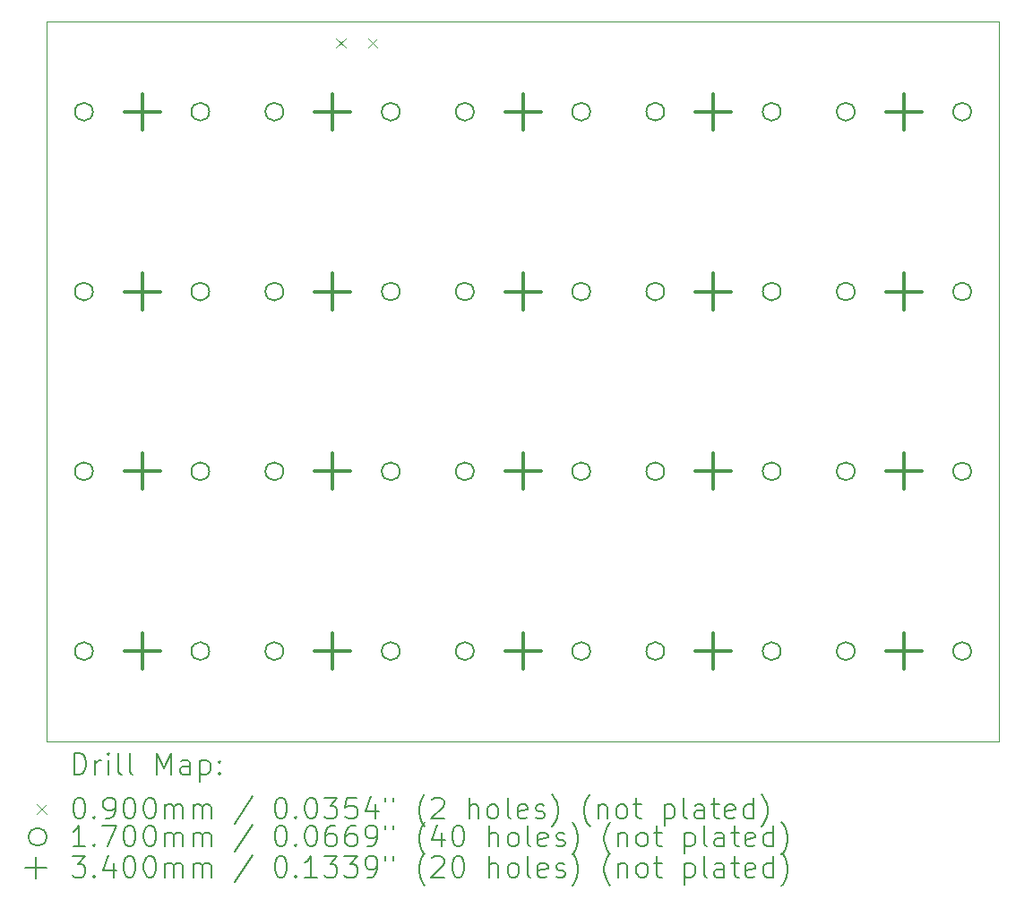
<source format=gbr>
%TF.GenerationSoftware,KiCad,Pcbnew,9.0.1*%
%TF.CreationDate,2025-08-18T19:39:49-06:00*%
%TF.ProjectId,aurora40_kicad,6175726f-7261-4343-905f-6b696361642e,1*%
%TF.SameCoordinates,Original*%
%TF.FileFunction,Drillmap*%
%TF.FilePolarity,Positive*%
%FSLAX45Y45*%
G04 Gerber Fmt 4.5, Leading zero omitted, Abs format (unit mm)*
G04 Created by KiCad (PCBNEW 9.0.1) date 2025-08-18 19:39:49*
%MOMM*%
%LPD*%
G01*
G04 APERTURE LIST*
%ADD10C,0.050000*%
%ADD11C,0.200000*%
%ADD12C,0.100000*%
%ADD13C,0.170000*%
%ADD14C,0.340000*%
G04 APERTURE END LIST*
D10*
X5000000Y-3870000D02*
X14000000Y-3870000D01*
X14000000Y-10670000D01*
X5000000Y-10670000D01*
X5000000Y-3870000D01*
D11*
D12*
X7735000Y-4025000D02*
X7825000Y-4115000D01*
X7825000Y-4025000D02*
X7735000Y-4115000D01*
X8035000Y-4025000D02*
X8125000Y-4115000D01*
X8125000Y-4025000D02*
X8035000Y-4115000D01*
D13*
X5435000Y-4720000D02*
G75*
G02*
X5265000Y-4720000I-85000J0D01*
G01*
X5265000Y-4720000D02*
G75*
G02*
X5435000Y-4720000I85000J0D01*
G01*
X5435000Y-6420000D02*
G75*
G02*
X5265000Y-6420000I-85000J0D01*
G01*
X5265000Y-6420000D02*
G75*
G02*
X5435000Y-6420000I85000J0D01*
G01*
X5435000Y-8120000D02*
G75*
G02*
X5265000Y-8120000I-85000J0D01*
G01*
X5265000Y-8120000D02*
G75*
G02*
X5435000Y-8120000I85000J0D01*
G01*
X5435000Y-9820000D02*
G75*
G02*
X5265000Y-9820000I-85000J0D01*
G01*
X5265000Y-9820000D02*
G75*
G02*
X5435000Y-9820000I85000J0D01*
G01*
X6535000Y-4720000D02*
G75*
G02*
X6365000Y-4720000I-85000J0D01*
G01*
X6365000Y-4720000D02*
G75*
G02*
X6535000Y-4720000I85000J0D01*
G01*
X6535000Y-6420000D02*
G75*
G02*
X6365000Y-6420000I-85000J0D01*
G01*
X6365000Y-6420000D02*
G75*
G02*
X6535000Y-6420000I85000J0D01*
G01*
X6535000Y-8120000D02*
G75*
G02*
X6365000Y-8120000I-85000J0D01*
G01*
X6365000Y-8120000D02*
G75*
G02*
X6535000Y-8120000I85000J0D01*
G01*
X6535000Y-9820000D02*
G75*
G02*
X6365000Y-9820000I-85000J0D01*
G01*
X6365000Y-9820000D02*
G75*
G02*
X6535000Y-9820000I85000J0D01*
G01*
X7235000Y-4720000D02*
G75*
G02*
X7065000Y-4720000I-85000J0D01*
G01*
X7065000Y-4720000D02*
G75*
G02*
X7235000Y-4720000I85000J0D01*
G01*
X7235000Y-6420000D02*
G75*
G02*
X7065000Y-6420000I-85000J0D01*
G01*
X7065000Y-6420000D02*
G75*
G02*
X7235000Y-6420000I85000J0D01*
G01*
X7235000Y-8120000D02*
G75*
G02*
X7065000Y-8120000I-85000J0D01*
G01*
X7065000Y-8120000D02*
G75*
G02*
X7235000Y-8120000I85000J0D01*
G01*
X7235000Y-9820000D02*
G75*
G02*
X7065000Y-9820000I-85000J0D01*
G01*
X7065000Y-9820000D02*
G75*
G02*
X7235000Y-9820000I85000J0D01*
G01*
X8335000Y-4720000D02*
G75*
G02*
X8165000Y-4720000I-85000J0D01*
G01*
X8165000Y-4720000D02*
G75*
G02*
X8335000Y-4720000I85000J0D01*
G01*
X8335000Y-6420000D02*
G75*
G02*
X8165000Y-6420000I-85000J0D01*
G01*
X8165000Y-6420000D02*
G75*
G02*
X8335000Y-6420000I85000J0D01*
G01*
X8335000Y-8120000D02*
G75*
G02*
X8165000Y-8120000I-85000J0D01*
G01*
X8165000Y-8120000D02*
G75*
G02*
X8335000Y-8120000I85000J0D01*
G01*
X8335000Y-9820000D02*
G75*
G02*
X8165000Y-9820000I-85000J0D01*
G01*
X8165000Y-9820000D02*
G75*
G02*
X8335000Y-9820000I85000J0D01*
G01*
X9035000Y-4720000D02*
G75*
G02*
X8865000Y-4720000I-85000J0D01*
G01*
X8865000Y-4720000D02*
G75*
G02*
X9035000Y-4720000I85000J0D01*
G01*
X9035000Y-6420000D02*
G75*
G02*
X8865000Y-6420000I-85000J0D01*
G01*
X8865000Y-6420000D02*
G75*
G02*
X9035000Y-6420000I85000J0D01*
G01*
X9035000Y-8120000D02*
G75*
G02*
X8865000Y-8120000I-85000J0D01*
G01*
X8865000Y-8120000D02*
G75*
G02*
X9035000Y-8120000I85000J0D01*
G01*
X9035000Y-9820000D02*
G75*
G02*
X8865000Y-9820000I-85000J0D01*
G01*
X8865000Y-9820000D02*
G75*
G02*
X9035000Y-9820000I85000J0D01*
G01*
X10135000Y-4720000D02*
G75*
G02*
X9965000Y-4720000I-85000J0D01*
G01*
X9965000Y-4720000D02*
G75*
G02*
X10135000Y-4720000I85000J0D01*
G01*
X10135000Y-6420000D02*
G75*
G02*
X9965000Y-6420000I-85000J0D01*
G01*
X9965000Y-6420000D02*
G75*
G02*
X10135000Y-6420000I85000J0D01*
G01*
X10135000Y-8120000D02*
G75*
G02*
X9965000Y-8120000I-85000J0D01*
G01*
X9965000Y-8120000D02*
G75*
G02*
X10135000Y-8120000I85000J0D01*
G01*
X10135000Y-9820000D02*
G75*
G02*
X9965000Y-9820000I-85000J0D01*
G01*
X9965000Y-9820000D02*
G75*
G02*
X10135000Y-9820000I85000J0D01*
G01*
X10835000Y-4720000D02*
G75*
G02*
X10665000Y-4720000I-85000J0D01*
G01*
X10665000Y-4720000D02*
G75*
G02*
X10835000Y-4720000I85000J0D01*
G01*
X10835000Y-6420000D02*
G75*
G02*
X10665000Y-6420000I-85000J0D01*
G01*
X10665000Y-6420000D02*
G75*
G02*
X10835000Y-6420000I85000J0D01*
G01*
X10835000Y-8120000D02*
G75*
G02*
X10665000Y-8120000I-85000J0D01*
G01*
X10665000Y-8120000D02*
G75*
G02*
X10835000Y-8120000I85000J0D01*
G01*
X10835000Y-9820000D02*
G75*
G02*
X10665000Y-9820000I-85000J0D01*
G01*
X10665000Y-9820000D02*
G75*
G02*
X10835000Y-9820000I85000J0D01*
G01*
X11935000Y-4720000D02*
G75*
G02*
X11765000Y-4720000I-85000J0D01*
G01*
X11765000Y-4720000D02*
G75*
G02*
X11935000Y-4720000I85000J0D01*
G01*
X11935000Y-6420000D02*
G75*
G02*
X11765000Y-6420000I-85000J0D01*
G01*
X11765000Y-6420000D02*
G75*
G02*
X11935000Y-6420000I85000J0D01*
G01*
X11935000Y-8120000D02*
G75*
G02*
X11765000Y-8120000I-85000J0D01*
G01*
X11765000Y-8120000D02*
G75*
G02*
X11935000Y-8120000I85000J0D01*
G01*
X11935000Y-9820000D02*
G75*
G02*
X11765000Y-9820000I-85000J0D01*
G01*
X11765000Y-9820000D02*
G75*
G02*
X11935000Y-9820000I85000J0D01*
G01*
X12635000Y-4720000D02*
G75*
G02*
X12465000Y-4720000I-85000J0D01*
G01*
X12465000Y-4720000D02*
G75*
G02*
X12635000Y-4720000I85000J0D01*
G01*
X12635000Y-6420000D02*
G75*
G02*
X12465000Y-6420000I-85000J0D01*
G01*
X12465000Y-6420000D02*
G75*
G02*
X12635000Y-6420000I85000J0D01*
G01*
X12635000Y-8120000D02*
G75*
G02*
X12465000Y-8120000I-85000J0D01*
G01*
X12465000Y-8120000D02*
G75*
G02*
X12635000Y-8120000I85000J0D01*
G01*
X12635000Y-9820000D02*
G75*
G02*
X12465000Y-9820000I-85000J0D01*
G01*
X12465000Y-9820000D02*
G75*
G02*
X12635000Y-9820000I85000J0D01*
G01*
X13735000Y-4720000D02*
G75*
G02*
X13565000Y-4720000I-85000J0D01*
G01*
X13565000Y-4720000D02*
G75*
G02*
X13735000Y-4720000I85000J0D01*
G01*
X13735000Y-6420000D02*
G75*
G02*
X13565000Y-6420000I-85000J0D01*
G01*
X13565000Y-6420000D02*
G75*
G02*
X13735000Y-6420000I85000J0D01*
G01*
X13735000Y-8120000D02*
G75*
G02*
X13565000Y-8120000I-85000J0D01*
G01*
X13565000Y-8120000D02*
G75*
G02*
X13735000Y-8120000I85000J0D01*
G01*
X13735000Y-9820000D02*
G75*
G02*
X13565000Y-9820000I-85000J0D01*
G01*
X13565000Y-9820000D02*
G75*
G02*
X13735000Y-9820000I85000J0D01*
G01*
D14*
X5900000Y-4550000D02*
X5900000Y-4890000D01*
X5730000Y-4720000D02*
X6070000Y-4720000D01*
X5900000Y-6250000D02*
X5900000Y-6590000D01*
X5730000Y-6420000D02*
X6070000Y-6420000D01*
X5900000Y-7950000D02*
X5900000Y-8290000D01*
X5730000Y-8120000D02*
X6070000Y-8120000D01*
X5900000Y-9650000D02*
X5900000Y-9990000D01*
X5730000Y-9820000D02*
X6070000Y-9820000D01*
X7700000Y-4550000D02*
X7700000Y-4890000D01*
X7530000Y-4720000D02*
X7870000Y-4720000D01*
X7700000Y-6250000D02*
X7700000Y-6590000D01*
X7530000Y-6420000D02*
X7870000Y-6420000D01*
X7700000Y-7950000D02*
X7700000Y-8290000D01*
X7530000Y-8120000D02*
X7870000Y-8120000D01*
X7700000Y-9650000D02*
X7700000Y-9990000D01*
X7530000Y-9820000D02*
X7870000Y-9820000D01*
X9500000Y-4550000D02*
X9500000Y-4890000D01*
X9330000Y-4720000D02*
X9670000Y-4720000D01*
X9500000Y-6250000D02*
X9500000Y-6590000D01*
X9330000Y-6420000D02*
X9670000Y-6420000D01*
X9500000Y-7950000D02*
X9500000Y-8290000D01*
X9330000Y-8120000D02*
X9670000Y-8120000D01*
X9500000Y-9650000D02*
X9500000Y-9990000D01*
X9330000Y-9820000D02*
X9670000Y-9820000D01*
X11300000Y-4550000D02*
X11300000Y-4890000D01*
X11130000Y-4720000D02*
X11470000Y-4720000D01*
X11300000Y-6250000D02*
X11300000Y-6590000D01*
X11130000Y-6420000D02*
X11470000Y-6420000D01*
X11300000Y-7950000D02*
X11300000Y-8290000D01*
X11130000Y-8120000D02*
X11470000Y-8120000D01*
X11300000Y-9650000D02*
X11300000Y-9990000D01*
X11130000Y-9820000D02*
X11470000Y-9820000D01*
X13100000Y-4550000D02*
X13100000Y-4890000D01*
X12930000Y-4720000D02*
X13270000Y-4720000D01*
X13100000Y-6250000D02*
X13100000Y-6590000D01*
X12930000Y-6420000D02*
X13270000Y-6420000D01*
X13100000Y-7950000D02*
X13100000Y-8290000D01*
X12930000Y-8120000D02*
X13270000Y-8120000D01*
X13100000Y-9650000D02*
X13100000Y-9990000D01*
X12930000Y-9820000D02*
X13270000Y-9820000D01*
D11*
X5258277Y-10983984D02*
X5258277Y-10783984D01*
X5258277Y-10783984D02*
X5305896Y-10783984D01*
X5305896Y-10783984D02*
X5334467Y-10793508D01*
X5334467Y-10793508D02*
X5353515Y-10812555D01*
X5353515Y-10812555D02*
X5363039Y-10831603D01*
X5363039Y-10831603D02*
X5372563Y-10869698D01*
X5372563Y-10869698D02*
X5372563Y-10898270D01*
X5372563Y-10898270D02*
X5363039Y-10936365D01*
X5363039Y-10936365D02*
X5353515Y-10955412D01*
X5353515Y-10955412D02*
X5334467Y-10974460D01*
X5334467Y-10974460D02*
X5305896Y-10983984D01*
X5305896Y-10983984D02*
X5258277Y-10983984D01*
X5458277Y-10983984D02*
X5458277Y-10850650D01*
X5458277Y-10888746D02*
X5467801Y-10869698D01*
X5467801Y-10869698D02*
X5477324Y-10860174D01*
X5477324Y-10860174D02*
X5496372Y-10850650D01*
X5496372Y-10850650D02*
X5515420Y-10850650D01*
X5582086Y-10983984D02*
X5582086Y-10850650D01*
X5582086Y-10783984D02*
X5572563Y-10793508D01*
X5572563Y-10793508D02*
X5582086Y-10803031D01*
X5582086Y-10803031D02*
X5591610Y-10793508D01*
X5591610Y-10793508D02*
X5582086Y-10783984D01*
X5582086Y-10783984D02*
X5582086Y-10803031D01*
X5705896Y-10983984D02*
X5686848Y-10974460D01*
X5686848Y-10974460D02*
X5677324Y-10955412D01*
X5677324Y-10955412D02*
X5677324Y-10783984D01*
X5810658Y-10983984D02*
X5791610Y-10974460D01*
X5791610Y-10974460D02*
X5782086Y-10955412D01*
X5782086Y-10955412D02*
X5782086Y-10783984D01*
X6039229Y-10983984D02*
X6039229Y-10783984D01*
X6039229Y-10783984D02*
X6105896Y-10926841D01*
X6105896Y-10926841D02*
X6172562Y-10783984D01*
X6172562Y-10783984D02*
X6172562Y-10983984D01*
X6353515Y-10983984D02*
X6353515Y-10879222D01*
X6353515Y-10879222D02*
X6343991Y-10860174D01*
X6343991Y-10860174D02*
X6324943Y-10850650D01*
X6324943Y-10850650D02*
X6286848Y-10850650D01*
X6286848Y-10850650D02*
X6267801Y-10860174D01*
X6353515Y-10974460D02*
X6334467Y-10983984D01*
X6334467Y-10983984D02*
X6286848Y-10983984D01*
X6286848Y-10983984D02*
X6267801Y-10974460D01*
X6267801Y-10974460D02*
X6258277Y-10955412D01*
X6258277Y-10955412D02*
X6258277Y-10936365D01*
X6258277Y-10936365D02*
X6267801Y-10917317D01*
X6267801Y-10917317D02*
X6286848Y-10907793D01*
X6286848Y-10907793D02*
X6334467Y-10907793D01*
X6334467Y-10907793D02*
X6353515Y-10898270D01*
X6448753Y-10850650D02*
X6448753Y-11050650D01*
X6448753Y-10860174D02*
X6467801Y-10850650D01*
X6467801Y-10850650D02*
X6505896Y-10850650D01*
X6505896Y-10850650D02*
X6524943Y-10860174D01*
X6524943Y-10860174D02*
X6534467Y-10869698D01*
X6534467Y-10869698D02*
X6543991Y-10888746D01*
X6543991Y-10888746D02*
X6543991Y-10945889D01*
X6543991Y-10945889D02*
X6534467Y-10964936D01*
X6534467Y-10964936D02*
X6524943Y-10974460D01*
X6524943Y-10974460D02*
X6505896Y-10983984D01*
X6505896Y-10983984D02*
X6467801Y-10983984D01*
X6467801Y-10983984D02*
X6448753Y-10974460D01*
X6629705Y-10964936D02*
X6639229Y-10974460D01*
X6639229Y-10974460D02*
X6629705Y-10983984D01*
X6629705Y-10983984D02*
X6620182Y-10974460D01*
X6620182Y-10974460D02*
X6629705Y-10964936D01*
X6629705Y-10964936D02*
X6629705Y-10983984D01*
X6629705Y-10860174D02*
X6639229Y-10869698D01*
X6639229Y-10869698D02*
X6629705Y-10879222D01*
X6629705Y-10879222D02*
X6620182Y-10869698D01*
X6620182Y-10869698D02*
X6629705Y-10860174D01*
X6629705Y-10860174D02*
X6629705Y-10879222D01*
D12*
X4907500Y-11267500D02*
X4997500Y-11357500D01*
X4997500Y-11267500D02*
X4907500Y-11357500D01*
D11*
X5296372Y-11203984D02*
X5315420Y-11203984D01*
X5315420Y-11203984D02*
X5334467Y-11213508D01*
X5334467Y-11213508D02*
X5343991Y-11223031D01*
X5343991Y-11223031D02*
X5353515Y-11242079D01*
X5353515Y-11242079D02*
X5363039Y-11280174D01*
X5363039Y-11280174D02*
X5363039Y-11327793D01*
X5363039Y-11327793D02*
X5353515Y-11365888D01*
X5353515Y-11365888D02*
X5343991Y-11384936D01*
X5343991Y-11384936D02*
X5334467Y-11394460D01*
X5334467Y-11394460D02*
X5315420Y-11403984D01*
X5315420Y-11403984D02*
X5296372Y-11403984D01*
X5296372Y-11403984D02*
X5277324Y-11394460D01*
X5277324Y-11394460D02*
X5267801Y-11384936D01*
X5267801Y-11384936D02*
X5258277Y-11365888D01*
X5258277Y-11365888D02*
X5248753Y-11327793D01*
X5248753Y-11327793D02*
X5248753Y-11280174D01*
X5248753Y-11280174D02*
X5258277Y-11242079D01*
X5258277Y-11242079D02*
X5267801Y-11223031D01*
X5267801Y-11223031D02*
X5277324Y-11213508D01*
X5277324Y-11213508D02*
X5296372Y-11203984D01*
X5448753Y-11384936D02*
X5458277Y-11394460D01*
X5458277Y-11394460D02*
X5448753Y-11403984D01*
X5448753Y-11403984D02*
X5439229Y-11394460D01*
X5439229Y-11394460D02*
X5448753Y-11384936D01*
X5448753Y-11384936D02*
X5448753Y-11403984D01*
X5553515Y-11403984D02*
X5591610Y-11403984D01*
X5591610Y-11403984D02*
X5610658Y-11394460D01*
X5610658Y-11394460D02*
X5620182Y-11384936D01*
X5620182Y-11384936D02*
X5639229Y-11356365D01*
X5639229Y-11356365D02*
X5648753Y-11318269D01*
X5648753Y-11318269D02*
X5648753Y-11242079D01*
X5648753Y-11242079D02*
X5639229Y-11223031D01*
X5639229Y-11223031D02*
X5629705Y-11213508D01*
X5629705Y-11213508D02*
X5610658Y-11203984D01*
X5610658Y-11203984D02*
X5572563Y-11203984D01*
X5572563Y-11203984D02*
X5553515Y-11213508D01*
X5553515Y-11213508D02*
X5543991Y-11223031D01*
X5543991Y-11223031D02*
X5534467Y-11242079D01*
X5534467Y-11242079D02*
X5534467Y-11289698D01*
X5534467Y-11289698D02*
X5543991Y-11308746D01*
X5543991Y-11308746D02*
X5553515Y-11318269D01*
X5553515Y-11318269D02*
X5572563Y-11327793D01*
X5572563Y-11327793D02*
X5610658Y-11327793D01*
X5610658Y-11327793D02*
X5629705Y-11318269D01*
X5629705Y-11318269D02*
X5639229Y-11308746D01*
X5639229Y-11308746D02*
X5648753Y-11289698D01*
X5772562Y-11203984D02*
X5791610Y-11203984D01*
X5791610Y-11203984D02*
X5810658Y-11213508D01*
X5810658Y-11213508D02*
X5820182Y-11223031D01*
X5820182Y-11223031D02*
X5829705Y-11242079D01*
X5829705Y-11242079D02*
X5839229Y-11280174D01*
X5839229Y-11280174D02*
X5839229Y-11327793D01*
X5839229Y-11327793D02*
X5829705Y-11365888D01*
X5829705Y-11365888D02*
X5820182Y-11384936D01*
X5820182Y-11384936D02*
X5810658Y-11394460D01*
X5810658Y-11394460D02*
X5791610Y-11403984D01*
X5791610Y-11403984D02*
X5772562Y-11403984D01*
X5772562Y-11403984D02*
X5753515Y-11394460D01*
X5753515Y-11394460D02*
X5743991Y-11384936D01*
X5743991Y-11384936D02*
X5734467Y-11365888D01*
X5734467Y-11365888D02*
X5724943Y-11327793D01*
X5724943Y-11327793D02*
X5724943Y-11280174D01*
X5724943Y-11280174D02*
X5734467Y-11242079D01*
X5734467Y-11242079D02*
X5743991Y-11223031D01*
X5743991Y-11223031D02*
X5753515Y-11213508D01*
X5753515Y-11213508D02*
X5772562Y-11203984D01*
X5963039Y-11203984D02*
X5982086Y-11203984D01*
X5982086Y-11203984D02*
X6001134Y-11213508D01*
X6001134Y-11213508D02*
X6010658Y-11223031D01*
X6010658Y-11223031D02*
X6020182Y-11242079D01*
X6020182Y-11242079D02*
X6029705Y-11280174D01*
X6029705Y-11280174D02*
X6029705Y-11327793D01*
X6029705Y-11327793D02*
X6020182Y-11365888D01*
X6020182Y-11365888D02*
X6010658Y-11384936D01*
X6010658Y-11384936D02*
X6001134Y-11394460D01*
X6001134Y-11394460D02*
X5982086Y-11403984D01*
X5982086Y-11403984D02*
X5963039Y-11403984D01*
X5963039Y-11403984D02*
X5943991Y-11394460D01*
X5943991Y-11394460D02*
X5934467Y-11384936D01*
X5934467Y-11384936D02*
X5924943Y-11365888D01*
X5924943Y-11365888D02*
X5915420Y-11327793D01*
X5915420Y-11327793D02*
X5915420Y-11280174D01*
X5915420Y-11280174D02*
X5924943Y-11242079D01*
X5924943Y-11242079D02*
X5934467Y-11223031D01*
X5934467Y-11223031D02*
X5943991Y-11213508D01*
X5943991Y-11213508D02*
X5963039Y-11203984D01*
X6115420Y-11403984D02*
X6115420Y-11270650D01*
X6115420Y-11289698D02*
X6124943Y-11280174D01*
X6124943Y-11280174D02*
X6143991Y-11270650D01*
X6143991Y-11270650D02*
X6172563Y-11270650D01*
X6172563Y-11270650D02*
X6191610Y-11280174D01*
X6191610Y-11280174D02*
X6201134Y-11299222D01*
X6201134Y-11299222D02*
X6201134Y-11403984D01*
X6201134Y-11299222D02*
X6210658Y-11280174D01*
X6210658Y-11280174D02*
X6229705Y-11270650D01*
X6229705Y-11270650D02*
X6258277Y-11270650D01*
X6258277Y-11270650D02*
X6277324Y-11280174D01*
X6277324Y-11280174D02*
X6286848Y-11299222D01*
X6286848Y-11299222D02*
X6286848Y-11403984D01*
X6382086Y-11403984D02*
X6382086Y-11270650D01*
X6382086Y-11289698D02*
X6391610Y-11280174D01*
X6391610Y-11280174D02*
X6410658Y-11270650D01*
X6410658Y-11270650D02*
X6439229Y-11270650D01*
X6439229Y-11270650D02*
X6458277Y-11280174D01*
X6458277Y-11280174D02*
X6467801Y-11299222D01*
X6467801Y-11299222D02*
X6467801Y-11403984D01*
X6467801Y-11299222D02*
X6477324Y-11280174D01*
X6477324Y-11280174D02*
X6496372Y-11270650D01*
X6496372Y-11270650D02*
X6524943Y-11270650D01*
X6524943Y-11270650D02*
X6543991Y-11280174D01*
X6543991Y-11280174D02*
X6553515Y-11299222D01*
X6553515Y-11299222D02*
X6553515Y-11403984D01*
X6943991Y-11194460D02*
X6772563Y-11451603D01*
X7201134Y-11203984D02*
X7220182Y-11203984D01*
X7220182Y-11203984D02*
X7239229Y-11213508D01*
X7239229Y-11213508D02*
X7248753Y-11223031D01*
X7248753Y-11223031D02*
X7258277Y-11242079D01*
X7258277Y-11242079D02*
X7267801Y-11280174D01*
X7267801Y-11280174D02*
X7267801Y-11327793D01*
X7267801Y-11327793D02*
X7258277Y-11365888D01*
X7258277Y-11365888D02*
X7248753Y-11384936D01*
X7248753Y-11384936D02*
X7239229Y-11394460D01*
X7239229Y-11394460D02*
X7220182Y-11403984D01*
X7220182Y-11403984D02*
X7201134Y-11403984D01*
X7201134Y-11403984D02*
X7182086Y-11394460D01*
X7182086Y-11394460D02*
X7172563Y-11384936D01*
X7172563Y-11384936D02*
X7163039Y-11365888D01*
X7163039Y-11365888D02*
X7153515Y-11327793D01*
X7153515Y-11327793D02*
X7153515Y-11280174D01*
X7153515Y-11280174D02*
X7163039Y-11242079D01*
X7163039Y-11242079D02*
X7172563Y-11223031D01*
X7172563Y-11223031D02*
X7182086Y-11213508D01*
X7182086Y-11213508D02*
X7201134Y-11203984D01*
X7353515Y-11384936D02*
X7363039Y-11394460D01*
X7363039Y-11394460D02*
X7353515Y-11403984D01*
X7353515Y-11403984D02*
X7343991Y-11394460D01*
X7343991Y-11394460D02*
X7353515Y-11384936D01*
X7353515Y-11384936D02*
X7353515Y-11403984D01*
X7486848Y-11203984D02*
X7505896Y-11203984D01*
X7505896Y-11203984D02*
X7524944Y-11213508D01*
X7524944Y-11213508D02*
X7534467Y-11223031D01*
X7534467Y-11223031D02*
X7543991Y-11242079D01*
X7543991Y-11242079D02*
X7553515Y-11280174D01*
X7553515Y-11280174D02*
X7553515Y-11327793D01*
X7553515Y-11327793D02*
X7543991Y-11365888D01*
X7543991Y-11365888D02*
X7534467Y-11384936D01*
X7534467Y-11384936D02*
X7524944Y-11394460D01*
X7524944Y-11394460D02*
X7505896Y-11403984D01*
X7505896Y-11403984D02*
X7486848Y-11403984D01*
X7486848Y-11403984D02*
X7467801Y-11394460D01*
X7467801Y-11394460D02*
X7458277Y-11384936D01*
X7458277Y-11384936D02*
X7448753Y-11365888D01*
X7448753Y-11365888D02*
X7439229Y-11327793D01*
X7439229Y-11327793D02*
X7439229Y-11280174D01*
X7439229Y-11280174D02*
X7448753Y-11242079D01*
X7448753Y-11242079D02*
X7458277Y-11223031D01*
X7458277Y-11223031D02*
X7467801Y-11213508D01*
X7467801Y-11213508D02*
X7486848Y-11203984D01*
X7620182Y-11203984D02*
X7743991Y-11203984D01*
X7743991Y-11203984D02*
X7677325Y-11280174D01*
X7677325Y-11280174D02*
X7705896Y-11280174D01*
X7705896Y-11280174D02*
X7724944Y-11289698D01*
X7724944Y-11289698D02*
X7734467Y-11299222D01*
X7734467Y-11299222D02*
X7743991Y-11318269D01*
X7743991Y-11318269D02*
X7743991Y-11365888D01*
X7743991Y-11365888D02*
X7734467Y-11384936D01*
X7734467Y-11384936D02*
X7724944Y-11394460D01*
X7724944Y-11394460D02*
X7705896Y-11403984D01*
X7705896Y-11403984D02*
X7648753Y-11403984D01*
X7648753Y-11403984D02*
X7629706Y-11394460D01*
X7629706Y-11394460D02*
X7620182Y-11384936D01*
X7924944Y-11203984D02*
X7829706Y-11203984D01*
X7829706Y-11203984D02*
X7820182Y-11299222D01*
X7820182Y-11299222D02*
X7829706Y-11289698D01*
X7829706Y-11289698D02*
X7848753Y-11280174D01*
X7848753Y-11280174D02*
X7896372Y-11280174D01*
X7896372Y-11280174D02*
X7915420Y-11289698D01*
X7915420Y-11289698D02*
X7924944Y-11299222D01*
X7924944Y-11299222D02*
X7934467Y-11318269D01*
X7934467Y-11318269D02*
X7934467Y-11365888D01*
X7934467Y-11365888D02*
X7924944Y-11384936D01*
X7924944Y-11384936D02*
X7915420Y-11394460D01*
X7915420Y-11394460D02*
X7896372Y-11403984D01*
X7896372Y-11403984D02*
X7848753Y-11403984D01*
X7848753Y-11403984D02*
X7829706Y-11394460D01*
X7829706Y-11394460D02*
X7820182Y-11384936D01*
X8105896Y-11270650D02*
X8105896Y-11403984D01*
X8058277Y-11194460D02*
X8010658Y-11337317D01*
X8010658Y-11337317D02*
X8134467Y-11337317D01*
X8201134Y-11203984D02*
X8201134Y-11242079D01*
X8277325Y-11203984D02*
X8277325Y-11242079D01*
X8572563Y-11480174D02*
X8563039Y-11470650D01*
X8563039Y-11470650D02*
X8543991Y-11442079D01*
X8543991Y-11442079D02*
X8534468Y-11423031D01*
X8534468Y-11423031D02*
X8524944Y-11394460D01*
X8524944Y-11394460D02*
X8515420Y-11346841D01*
X8515420Y-11346841D02*
X8515420Y-11308746D01*
X8515420Y-11308746D02*
X8524944Y-11261127D01*
X8524944Y-11261127D02*
X8534468Y-11232555D01*
X8534468Y-11232555D02*
X8543991Y-11213508D01*
X8543991Y-11213508D02*
X8563039Y-11184936D01*
X8563039Y-11184936D02*
X8572563Y-11175412D01*
X8639230Y-11223031D02*
X8648753Y-11213508D01*
X8648753Y-11213508D02*
X8667801Y-11203984D01*
X8667801Y-11203984D02*
X8715420Y-11203984D01*
X8715420Y-11203984D02*
X8734468Y-11213508D01*
X8734468Y-11213508D02*
X8743991Y-11223031D01*
X8743991Y-11223031D02*
X8753515Y-11242079D01*
X8753515Y-11242079D02*
X8753515Y-11261127D01*
X8753515Y-11261127D02*
X8743991Y-11289698D01*
X8743991Y-11289698D02*
X8629706Y-11403984D01*
X8629706Y-11403984D02*
X8753515Y-11403984D01*
X8991611Y-11403984D02*
X8991611Y-11203984D01*
X9077325Y-11403984D02*
X9077325Y-11299222D01*
X9077325Y-11299222D02*
X9067801Y-11280174D01*
X9067801Y-11280174D02*
X9048753Y-11270650D01*
X9048753Y-11270650D02*
X9020182Y-11270650D01*
X9020182Y-11270650D02*
X9001134Y-11280174D01*
X9001134Y-11280174D02*
X8991611Y-11289698D01*
X9201134Y-11403984D02*
X9182087Y-11394460D01*
X9182087Y-11394460D02*
X9172563Y-11384936D01*
X9172563Y-11384936D02*
X9163039Y-11365888D01*
X9163039Y-11365888D02*
X9163039Y-11308746D01*
X9163039Y-11308746D02*
X9172563Y-11289698D01*
X9172563Y-11289698D02*
X9182087Y-11280174D01*
X9182087Y-11280174D02*
X9201134Y-11270650D01*
X9201134Y-11270650D02*
X9229706Y-11270650D01*
X9229706Y-11270650D02*
X9248753Y-11280174D01*
X9248753Y-11280174D02*
X9258277Y-11289698D01*
X9258277Y-11289698D02*
X9267801Y-11308746D01*
X9267801Y-11308746D02*
X9267801Y-11365888D01*
X9267801Y-11365888D02*
X9258277Y-11384936D01*
X9258277Y-11384936D02*
X9248753Y-11394460D01*
X9248753Y-11394460D02*
X9229706Y-11403984D01*
X9229706Y-11403984D02*
X9201134Y-11403984D01*
X9382087Y-11403984D02*
X9363039Y-11394460D01*
X9363039Y-11394460D02*
X9353515Y-11375412D01*
X9353515Y-11375412D02*
X9353515Y-11203984D01*
X9534468Y-11394460D02*
X9515420Y-11403984D01*
X9515420Y-11403984D02*
X9477325Y-11403984D01*
X9477325Y-11403984D02*
X9458277Y-11394460D01*
X9458277Y-11394460D02*
X9448753Y-11375412D01*
X9448753Y-11375412D02*
X9448753Y-11299222D01*
X9448753Y-11299222D02*
X9458277Y-11280174D01*
X9458277Y-11280174D02*
X9477325Y-11270650D01*
X9477325Y-11270650D02*
X9515420Y-11270650D01*
X9515420Y-11270650D02*
X9534468Y-11280174D01*
X9534468Y-11280174D02*
X9543992Y-11299222D01*
X9543992Y-11299222D02*
X9543992Y-11318269D01*
X9543992Y-11318269D02*
X9448753Y-11337317D01*
X9620182Y-11394460D02*
X9639230Y-11403984D01*
X9639230Y-11403984D02*
X9677325Y-11403984D01*
X9677325Y-11403984D02*
X9696373Y-11394460D01*
X9696373Y-11394460D02*
X9705896Y-11375412D01*
X9705896Y-11375412D02*
X9705896Y-11365888D01*
X9705896Y-11365888D02*
X9696373Y-11346841D01*
X9696373Y-11346841D02*
X9677325Y-11337317D01*
X9677325Y-11337317D02*
X9648753Y-11337317D01*
X9648753Y-11337317D02*
X9629706Y-11327793D01*
X9629706Y-11327793D02*
X9620182Y-11308746D01*
X9620182Y-11308746D02*
X9620182Y-11299222D01*
X9620182Y-11299222D02*
X9629706Y-11280174D01*
X9629706Y-11280174D02*
X9648753Y-11270650D01*
X9648753Y-11270650D02*
X9677325Y-11270650D01*
X9677325Y-11270650D02*
X9696373Y-11280174D01*
X9772563Y-11480174D02*
X9782087Y-11470650D01*
X9782087Y-11470650D02*
X9801134Y-11442079D01*
X9801134Y-11442079D02*
X9810658Y-11423031D01*
X9810658Y-11423031D02*
X9820182Y-11394460D01*
X9820182Y-11394460D02*
X9829706Y-11346841D01*
X9829706Y-11346841D02*
X9829706Y-11308746D01*
X9829706Y-11308746D02*
X9820182Y-11261127D01*
X9820182Y-11261127D02*
X9810658Y-11232555D01*
X9810658Y-11232555D02*
X9801134Y-11213508D01*
X9801134Y-11213508D02*
X9782087Y-11184936D01*
X9782087Y-11184936D02*
X9772563Y-11175412D01*
X10134468Y-11480174D02*
X10124944Y-11470650D01*
X10124944Y-11470650D02*
X10105896Y-11442079D01*
X10105896Y-11442079D02*
X10096373Y-11423031D01*
X10096373Y-11423031D02*
X10086849Y-11394460D01*
X10086849Y-11394460D02*
X10077325Y-11346841D01*
X10077325Y-11346841D02*
X10077325Y-11308746D01*
X10077325Y-11308746D02*
X10086849Y-11261127D01*
X10086849Y-11261127D02*
X10096373Y-11232555D01*
X10096373Y-11232555D02*
X10105896Y-11213508D01*
X10105896Y-11213508D02*
X10124944Y-11184936D01*
X10124944Y-11184936D02*
X10134468Y-11175412D01*
X10210658Y-11270650D02*
X10210658Y-11403984D01*
X10210658Y-11289698D02*
X10220182Y-11280174D01*
X10220182Y-11280174D02*
X10239230Y-11270650D01*
X10239230Y-11270650D02*
X10267801Y-11270650D01*
X10267801Y-11270650D02*
X10286849Y-11280174D01*
X10286849Y-11280174D02*
X10296373Y-11299222D01*
X10296373Y-11299222D02*
X10296373Y-11403984D01*
X10420182Y-11403984D02*
X10401134Y-11394460D01*
X10401134Y-11394460D02*
X10391611Y-11384936D01*
X10391611Y-11384936D02*
X10382087Y-11365888D01*
X10382087Y-11365888D02*
X10382087Y-11308746D01*
X10382087Y-11308746D02*
X10391611Y-11289698D01*
X10391611Y-11289698D02*
X10401134Y-11280174D01*
X10401134Y-11280174D02*
X10420182Y-11270650D01*
X10420182Y-11270650D02*
X10448754Y-11270650D01*
X10448754Y-11270650D02*
X10467801Y-11280174D01*
X10467801Y-11280174D02*
X10477325Y-11289698D01*
X10477325Y-11289698D02*
X10486849Y-11308746D01*
X10486849Y-11308746D02*
X10486849Y-11365888D01*
X10486849Y-11365888D02*
X10477325Y-11384936D01*
X10477325Y-11384936D02*
X10467801Y-11394460D01*
X10467801Y-11394460D02*
X10448754Y-11403984D01*
X10448754Y-11403984D02*
X10420182Y-11403984D01*
X10543992Y-11270650D02*
X10620182Y-11270650D01*
X10572563Y-11203984D02*
X10572563Y-11375412D01*
X10572563Y-11375412D02*
X10582087Y-11394460D01*
X10582087Y-11394460D02*
X10601134Y-11403984D01*
X10601134Y-11403984D02*
X10620182Y-11403984D01*
X10839230Y-11270650D02*
X10839230Y-11470650D01*
X10839230Y-11280174D02*
X10858277Y-11270650D01*
X10858277Y-11270650D02*
X10896373Y-11270650D01*
X10896373Y-11270650D02*
X10915420Y-11280174D01*
X10915420Y-11280174D02*
X10924944Y-11289698D01*
X10924944Y-11289698D02*
X10934468Y-11308746D01*
X10934468Y-11308746D02*
X10934468Y-11365888D01*
X10934468Y-11365888D02*
X10924944Y-11384936D01*
X10924944Y-11384936D02*
X10915420Y-11394460D01*
X10915420Y-11394460D02*
X10896373Y-11403984D01*
X10896373Y-11403984D02*
X10858277Y-11403984D01*
X10858277Y-11403984D02*
X10839230Y-11394460D01*
X11048754Y-11403984D02*
X11029706Y-11394460D01*
X11029706Y-11394460D02*
X11020182Y-11375412D01*
X11020182Y-11375412D02*
X11020182Y-11203984D01*
X11210658Y-11403984D02*
X11210658Y-11299222D01*
X11210658Y-11299222D02*
X11201134Y-11280174D01*
X11201134Y-11280174D02*
X11182087Y-11270650D01*
X11182087Y-11270650D02*
X11143992Y-11270650D01*
X11143992Y-11270650D02*
X11124944Y-11280174D01*
X11210658Y-11394460D02*
X11191611Y-11403984D01*
X11191611Y-11403984D02*
X11143992Y-11403984D01*
X11143992Y-11403984D02*
X11124944Y-11394460D01*
X11124944Y-11394460D02*
X11115420Y-11375412D01*
X11115420Y-11375412D02*
X11115420Y-11356365D01*
X11115420Y-11356365D02*
X11124944Y-11337317D01*
X11124944Y-11337317D02*
X11143992Y-11327793D01*
X11143992Y-11327793D02*
X11191611Y-11327793D01*
X11191611Y-11327793D02*
X11210658Y-11318269D01*
X11277325Y-11270650D02*
X11353515Y-11270650D01*
X11305896Y-11203984D02*
X11305896Y-11375412D01*
X11305896Y-11375412D02*
X11315420Y-11394460D01*
X11315420Y-11394460D02*
X11334468Y-11403984D01*
X11334468Y-11403984D02*
X11353515Y-11403984D01*
X11496373Y-11394460D02*
X11477325Y-11403984D01*
X11477325Y-11403984D02*
X11439230Y-11403984D01*
X11439230Y-11403984D02*
X11420182Y-11394460D01*
X11420182Y-11394460D02*
X11410658Y-11375412D01*
X11410658Y-11375412D02*
X11410658Y-11299222D01*
X11410658Y-11299222D02*
X11420182Y-11280174D01*
X11420182Y-11280174D02*
X11439230Y-11270650D01*
X11439230Y-11270650D02*
X11477325Y-11270650D01*
X11477325Y-11270650D02*
X11496373Y-11280174D01*
X11496373Y-11280174D02*
X11505896Y-11299222D01*
X11505896Y-11299222D02*
X11505896Y-11318269D01*
X11505896Y-11318269D02*
X11410658Y-11337317D01*
X11677325Y-11403984D02*
X11677325Y-11203984D01*
X11677325Y-11394460D02*
X11658277Y-11403984D01*
X11658277Y-11403984D02*
X11620182Y-11403984D01*
X11620182Y-11403984D02*
X11601134Y-11394460D01*
X11601134Y-11394460D02*
X11591611Y-11384936D01*
X11591611Y-11384936D02*
X11582087Y-11365888D01*
X11582087Y-11365888D02*
X11582087Y-11308746D01*
X11582087Y-11308746D02*
X11591611Y-11289698D01*
X11591611Y-11289698D02*
X11601134Y-11280174D01*
X11601134Y-11280174D02*
X11620182Y-11270650D01*
X11620182Y-11270650D02*
X11658277Y-11270650D01*
X11658277Y-11270650D02*
X11677325Y-11280174D01*
X11753515Y-11480174D02*
X11763039Y-11470650D01*
X11763039Y-11470650D02*
X11782087Y-11442079D01*
X11782087Y-11442079D02*
X11791611Y-11423031D01*
X11791611Y-11423031D02*
X11801134Y-11394460D01*
X11801134Y-11394460D02*
X11810658Y-11346841D01*
X11810658Y-11346841D02*
X11810658Y-11308746D01*
X11810658Y-11308746D02*
X11801134Y-11261127D01*
X11801134Y-11261127D02*
X11791611Y-11232555D01*
X11791611Y-11232555D02*
X11782087Y-11213508D01*
X11782087Y-11213508D02*
X11763039Y-11184936D01*
X11763039Y-11184936D02*
X11753515Y-11175412D01*
D13*
X4997500Y-11576500D02*
G75*
G02*
X4827500Y-11576500I-85000J0D01*
G01*
X4827500Y-11576500D02*
G75*
G02*
X4997500Y-11576500I85000J0D01*
G01*
D11*
X5363039Y-11667984D02*
X5248753Y-11667984D01*
X5305896Y-11667984D02*
X5305896Y-11467984D01*
X5305896Y-11467984D02*
X5286848Y-11496555D01*
X5286848Y-11496555D02*
X5267801Y-11515603D01*
X5267801Y-11515603D02*
X5248753Y-11525127D01*
X5448753Y-11648936D02*
X5458277Y-11658460D01*
X5458277Y-11658460D02*
X5448753Y-11667984D01*
X5448753Y-11667984D02*
X5439229Y-11658460D01*
X5439229Y-11658460D02*
X5448753Y-11648936D01*
X5448753Y-11648936D02*
X5448753Y-11667984D01*
X5524944Y-11467984D02*
X5658277Y-11467984D01*
X5658277Y-11467984D02*
X5572563Y-11667984D01*
X5772562Y-11467984D02*
X5791610Y-11467984D01*
X5791610Y-11467984D02*
X5810658Y-11477508D01*
X5810658Y-11477508D02*
X5820182Y-11487031D01*
X5820182Y-11487031D02*
X5829705Y-11506079D01*
X5829705Y-11506079D02*
X5839229Y-11544174D01*
X5839229Y-11544174D02*
X5839229Y-11591793D01*
X5839229Y-11591793D02*
X5829705Y-11629888D01*
X5829705Y-11629888D02*
X5820182Y-11648936D01*
X5820182Y-11648936D02*
X5810658Y-11658460D01*
X5810658Y-11658460D02*
X5791610Y-11667984D01*
X5791610Y-11667984D02*
X5772562Y-11667984D01*
X5772562Y-11667984D02*
X5753515Y-11658460D01*
X5753515Y-11658460D02*
X5743991Y-11648936D01*
X5743991Y-11648936D02*
X5734467Y-11629888D01*
X5734467Y-11629888D02*
X5724943Y-11591793D01*
X5724943Y-11591793D02*
X5724943Y-11544174D01*
X5724943Y-11544174D02*
X5734467Y-11506079D01*
X5734467Y-11506079D02*
X5743991Y-11487031D01*
X5743991Y-11487031D02*
X5753515Y-11477508D01*
X5753515Y-11477508D02*
X5772562Y-11467984D01*
X5963039Y-11467984D02*
X5982086Y-11467984D01*
X5982086Y-11467984D02*
X6001134Y-11477508D01*
X6001134Y-11477508D02*
X6010658Y-11487031D01*
X6010658Y-11487031D02*
X6020182Y-11506079D01*
X6020182Y-11506079D02*
X6029705Y-11544174D01*
X6029705Y-11544174D02*
X6029705Y-11591793D01*
X6029705Y-11591793D02*
X6020182Y-11629888D01*
X6020182Y-11629888D02*
X6010658Y-11648936D01*
X6010658Y-11648936D02*
X6001134Y-11658460D01*
X6001134Y-11658460D02*
X5982086Y-11667984D01*
X5982086Y-11667984D02*
X5963039Y-11667984D01*
X5963039Y-11667984D02*
X5943991Y-11658460D01*
X5943991Y-11658460D02*
X5934467Y-11648936D01*
X5934467Y-11648936D02*
X5924943Y-11629888D01*
X5924943Y-11629888D02*
X5915420Y-11591793D01*
X5915420Y-11591793D02*
X5915420Y-11544174D01*
X5915420Y-11544174D02*
X5924943Y-11506079D01*
X5924943Y-11506079D02*
X5934467Y-11487031D01*
X5934467Y-11487031D02*
X5943991Y-11477508D01*
X5943991Y-11477508D02*
X5963039Y-11467984D01*
X6115420Y-11667984D02*
X6115420Y-11534650D01*
X6115420Y-11553698D02*
X6124943Y-11544174D01*
X6124943Y-11544174D02*
X6143991Y-11534650D01*
X6143991Y-11534650D02*
X6172563Y-11534650D01*
X6172563Y-11534650D02*
X6191610Y-11544174D01*
X6191610Y-11544174D02*
X6201134Y-11563222D01*
X6201134Y-11563222D02*
X6201134Y-11667984D01*
X6201134Y-11563222D02*
X6210658Y-11544174D01*
X6210658Y-11544174D02*
X6229705Y-11534650D01*
X6229705Y-11534650D02*
X6258277Y-11534650D01*
X6258277Y-11534650D02*
X6277324Y-11544174D01*
X6277324Y-11544174D02*
X6286848Y-11563222D01*
X6286848Y-11563222D02*
X6286848Y-11667984D01*
X6382086Y-11667984D02*
X6382086Y-11534650D01*
X6382086Y-11553698D02*
X6391610Y-11544174D01*
X6391610Y-11544174D02*
X6410658Y-11534650D01*
X6410658Y-11534650D02*
X6439229Y-11534650D01*
X6439229Y-11534650D02*
X6458277Y-11544174D01*
X6458277Y-11544174D02*
X6467801Y-11563222D01*
X6467801Y-11563222D02*
X6467801Y-11667984D01*
X6467801Y-11563222D02*
X6477324Y-11544174D01*
X6477324Y-11544174D02*
X6496372Y-11534650D01*
X6496372Y-11534650D02*
X6524943Y-11534650D01*
X6524943Y-11534650D02*
X6543991Y-11544174D01*
X6543991Y-11544174D02*
X6553515Y-11563222D01*
X6553515Y-11563222D02*
X6553515Y-11667984D01*
X6943991Y-11458460D02*
X6772563Y-11715603D01*
X7201134Y-11467984D02*
X7220182Y-11467984D01*
X7220182Y-11467984D02*
X7239229Y-11477508D01*
X7239229Y-11477508D02*
X7248753Y-11487031D01*
X7248753Y-11487031D02*
X7258277Y-11506079D01*
X7258277Y-11506079D02*
X7267801Y-11544174D01*
X7267801Y-11544174D02*
X7267801Y-11591793D01*
X7267801Y-11591793D02*
X7258277Y-11629888D01*
X7258277Y-11629888D02*
X7248753Y-11648936D01*
X7248753Y-11648936D02*
X7239229Y-11658460D01*
X7239229Y-11658460D02*
X7220182Y-11667984D01*
X7220182Y-11667984D02*
X7201134Y-11667984D01*
X7201134Y-11667984D02*
X7182086Y-11658460D01*
X7182086Y-11658460D02*
X7172563Y-11648936D01*
X7172563Y-11648936D02*
X7163039Y-11629888D01*
X7163039Y-11629888D02*
X7153515Y-11591793D01*
X7153515Y-11591793D02*
X7153515Y-11544174D01*
X7153515Y-11544174D02*
X7163039Y-11506079D01*
X7163039Y-11506079D02*
X7172563Y-11487031D01*
X7172563Y-11487031D02*
X7182086Y-11477508D01*
X7182086Y-11477508D02*
X7201134Y-11467984D01*
X7353515Y-11648936D02*
X7363039Y-11658460D01*
X7363039Y-11658460D02*
X7353515Y-11667984D01*
X7353515Y-11667984D02*
X7343991Y-11658460D01*
X7343991Y-11658460D02*
X7353515Y-11648936D01*
X7353515Y-11648936D02*
X7353515Y-11667984D01*
X7486848Y-11467984D02*
X7505896Y-11467984D01*
X7505896Y-11467984D02*
X7524944Y-11477508D01*
X7524944Y-11477508D02*
X7534467Y-11487031D01*
X7534467Y-11487031D02*
X7543991Y-11506079D01*
X7543991Y-11506079D02*
X7553515Y-11544174D01*
X7553515Y-11544174D02*
X7553515Y-11591793D01*
X7553515Y-11591793D02*
X7543991Y-11629888D01*
X7543991Y-11629888D02*
X7534467Y-11648936D01*
X7534467Y-11648936D02*
X7524944Y-11658460D01*
X7524944Y-11658460D02*
X7505896Y-11667984D01*
X7505896Y-11667984D02*
X7486848Y-11667984D01*
X7486848Y-11667984D02*
X7467801Y-11658460D01*
X7467801Y-11658460D02*
X7458277Y-11648936D01*
X7458277Y-11648936D02*
X7448753Y-11629888D01*
X7448753Y-11629888D02*
X7439229Y-11591793D01*
X7439229Y-11591793D02*
X7439229Y-11544174D01*
X7439229Y-11544174D02*
X7448753Y-11506079D01*
X7448753Y-11506079D02*
X7458277Y-11487031D01*
X7458277Y-11487031D02*
X7467801Y-11477508D01*
X7467801Y-11477508D02*
X7486848Y-11467984D01*
X7724944Y-11467984D02*
X7686848Y-11467984D01*
X7686848Y-11467984D02*
X7667801Y-11477508D01*
X7667801Y-11477508D02*
X7658277Y-11487031D01*
X7658277Y-11487031D02*
X7639229Y-11515603D01*
X7639229Y-11515603D02*
X7629706Y-11553698D01*
X7629706Y-11553698D02*
X7629706Y-11629888D01*
X7629706Y-11629888D02*
X7639229Y-11648936D01*
X7639229Y-11648936D02*
X7648753Y-11658460D01*
X7648753Y-11658460D02*
X7667801Y-11667984D01*
X7667801Y-11667984D02*
X7705896Y-11667984D01*
X7705896Y-11667984D02*
X7724944Y-11658460D01*
X7724944Y-11658460D02*
X7734467Y-11648936D01*
X7734467Y-11648936D02*
X7743991Y-11629888D01*
X7743991Y-11629888D02*
X7743991Y-11582269D01*
X7743991Y-11582269D02*
X7734467Y-11563222D01*
X7734467Y-11563222D02*
X7724944Y-11553698D01*
X7724944Y-11553698D02*
X7705896Y-11544174D01*
X7705896Y-11544174D02*
X7667801Y-11544174D01*
X7667801Y-11544174D02*
X7648753Y-11553698D01*
X7648753Y-11553698D02*
X7639229Y-11563222D01*
X7639229Y-11563222D02*
X7629706Y-11582269D01*
X7915420Y-11467984D02*
X7877325Y-11467984D01*
X7877325Y-11467984D02*
X7858277Y-11477508D01*
X7858277Y-11477508D02*
X7848753Y-11487031D01*
X7848753Y-11487031D02*
X7829706Y-11515603D01*
X7829706Y-11515603D02*
X7820182Y-11553698D01*
X7820182Y-11553698D02*
X7820182Y-11629888D01*
X7820182Y-11629888D02*
X7829706Y-11648936D01*
X7829706Y-11648936D02*
X7839229Y-11658460D01*
X7839229Y-11658460D02*
X7858277Y-11667984D01*
X7858277Y-11667984D02*
X7896372Y-11667984D01*
X7896372Y-11667984D02*
X7915420Y-11658460D01*
X7915420Y-11658460D02*
X7924944Y-11648936D01*
X7924944Y-11648936D02*
X7934467Y-11629888D01*
X7934467Y-11629888D02*
X7934467Y-11582269D01*
X7934467Y-11582269D02*
X7924944Y-11563222D01*
X7924944Y-11563222D02*
X7915420Y-11553698D01*
X7915420Y-11553698D02*
X7896372Y-11544174D01*
X7896372Y-11544174D02*
X7858277Y-11544174D01*
X7858277Y-11544174D02*
X7839229Y-11553698D01*
X7839229Y-11553698D02*
X7829706Y-11563222D01*
X7829706Y-11563222D02*
X7820182Y-11582269D01*
X8029706Y-11667984D02*
X8067801Y-11667984D01*
X8067801Y-11667984D02*
X8086848Y-11658460D01*
X8086848Y-11658460D02*
X8096372Y-11648936D01*
X8096372Y-11648936D02*
X8115420Y-11620365D01*
X8115420Y-11620365D02*
X8124944Y-11582269D01*
X8124944Y-11582269D02*
X8124944Y-11506079D01*
X8124944Y-11506079D02*
X8115420Y-11487031D01*
X8115420Y-11487031D02*
X8105896Y-11477508D01*
X8105896Y-11477508D02*
X8086848Y-11467984D01*
X8086848Y-11467984D02*
X8048753Y-11467984D01*
X8048753Y-11467984D02*
X8029706Y-11477508D01*
X8029706Y-11477508D02*
X8020182Y-11487031D01*
X8020182Y-11487031D02*
X8010658Y-11506079D01*
X8010658Y-11506079D02*
X8010658Y-11553698D01*
X8010658Y-11553698D02*
X8020182Y-11572746D01*
X8020182Y-11572746D02*
X8029706Y-11582269D01*
X8029706Y-11582269D02*
X8048753Y-11591793D01*
X8048753Y-11591793D02*
X8086848Y-11591793D01*
X8086848Y-11591793D02*
X8105896Y-11582269D01*
X8105896Y-11582269D02*
X8115420Y-11572746D01*
X8115420Y-11572746D02*
X8124944Y-11553698D01*
X8201134Y-11467984D02*
X8201134Y-11506079D01*
X8277325Y-11467984D02*
X8277325Y-11506079D01*
X8572563Y-11744174D02*
X8563039Y-11734650D01*
X8563039Y-11734650D02*
X8543991Y-11706079D01*
X8543991Y-11706079D02*
X8534468Y-11687031D01*
X8534468Y-11687031D02*
X8524944Y-11658460D01*
X8524944Y-11658460D02*
X8515420Y-11610841D01*
X8515420Y-11610841D02*
X8515420Y-11572746D01*
X8515420Y-11572746D02*
X8524944Y-11525127D01*
X8524944Y-11525127D02*
X8534468Y-11496555D01*
X8534468Y-11496555D02*
X8543991Y-11477508D01*
X8543991Y-11477508D02*
X8563039Y-11448936D01*
X8563039Y-11448936D02*
X8572563Y-11439412D01*
X8734468Y-11534650D02*
X8734468Y-11667984D01*
X8686849Y-11458460D02*
X8639230Y-11601317D01*
X8639230Y-11601317D02*
X8763039Y-11601317D01*
X8877325Y-11467984D02*
X8896372Y-11467984D01*
X8896372Y-11467984D02*
X8915420Y-11477508D01*
X8915420Y-11477508D02*
X8924944Y-11487031D01*
X8924944Y-11487031D02*
X8934468Y-11506079D01*
X8934468Y-11506079D02*
X8943991Y-11544174D01*
X8943991Y-11544174D02*
X8943991Y-11591793D01*
X8943991Y-11591793D02*
X8934468Y-11629888D01*
X8934468Y-11629888D02*
X8924944Y-11648936D01*
X8924944Y-11648936D02*
X8915420Y-11658460D01*
X8915420Y-11658460D02*
X8896372Y-11667984D01*
X8896372Y-11667984D02*
X8877325Y-11667984D01*
X8877325Y-11667984D02*
X8858277Y-11658460D01*
X8858277Y-11658460D02*
X8848753Y-11648936D01*
X8848753Y-11648936D02*
X8839230Y-11629888D01*
X8839230Y-11629888D02*
X8829706Y-11591793D01*
X8829706Y-11591793D02*
X8829706Y-11544174D01*
X8829706Y-11544174D02*
X8839230Y-11506079D01*
X8839230Y-11506079D02*
X8848753Y-11487031D01*
X8848753Y-11487031D02*
X8858277Y-11477508D01*
X8858277Y-11477508D02*
X8877325Y-11467984D01*
X9182087Y-11667984D02*
X9182087Y-11467984D01*
X9267801Y-11667984D02*
X9267801Y-11563222D01*
X9267801Y-11563222D02*
X9258277Y-11544174D01*
X9258277Y-11544174D02*
X9239230Y-11534650D01*
X9239230Y-11534650D02*
X9210658Y-11534650D01*
X9210658Y-11534650D02*
X9191611Y-11544174D01*
X9191611Y-11544174D02*
X9182087Y-11553698D01*
X9391611Y-11667984D02*
X9372563Y-11658460D01*
X9372563Y-11658460D02*
X9363039Y-11648936D01*
X9363039Y-11648936D02*
X9353515Y-11629888D01*
X9353515Y-11629888D02*
X9353515Y-11572746D01*
X9353515Y-11572746D02*
X9363039Y-11553698D01*
X9363039Y-11553698D02*
X9372563Y-11544174D01*
X9372563Y-11544174D02*
X9391611Y-11534650D01*
X9391611Y-11534650D02*
X9420182Y-11534650D01*
X9420182Y-11534650D02*
X9439230Y-11544174D01*
X9439230Y-11544174D02*
X9448753Y-11553698D01*
X9448753Y-11553698D02*
X9458277Y-11572746D01*
X9458277Y-11572746D02*
X9458277Y-11629888D01*
X9458277Y-11629888D02*
X9448753Y-11648936D01*
X9448753Y-11648936D02*
X9439230Y-11658460D01*
X9439230Y-11658460D02*
X9420182Y-11667984D01*
X9420182Y-11667984D02*
X9391611Y-11667984D01*
X9572563Y-11667984D02*
X9553515Y-11658460D01*
X9553515Y-11658460D02*
X9543992Y-11639412D01*
X9543992Y-11639412D02*
X9543992Y-11467984D01*
X9724944Y-11658460D02*
X9705896Y-11667984D01*
X9705896Y-11667984D02*
X9667801Y-11667984D01*
X9667801Y-11667984D02*
X9648753Y-11658460D01*
X9648753Y-11658460D02*
X9639230Y-11639412D01*
X9639230Y-11639412D02*
X9639230Y-11563222D01*
X9639230Y-11563222D02*
X9648753Y-11544174D01*
X9648753Y-11544174D02*
X9667801Y-11534650D01*
X9667801Y-11534650D02*
X9705896Y-11534650D01*
X9705896Y-11534650D02*
X9724944Y-11544174D01*
X9724944Y-11544174D02*
X9734468Y-11563222D01*
X9734468Y-11563222D02*
X9734468Y-11582269D01*
X9734468Y-11582269D02*
X9639230Y-11601317D01*
X9810658Y-11658460D02*
X9829706Y-11667984D01*
X9829706Y-11667984D02*
X9867801Y-11667984D01*
X9867801Y-11667984D02*
X9886849Y-11658460D01*
X9886849Y-11658460D02*
X9896373Y-11639412D01*
X9896373Y-11639412D02*
X9896373Y-11629888D01*
X9896373Y-11629888D02*
X9886849Y-11610841D01*
X9886849Y-11610841D02*
X9867801Y-11601317D01*
X9867801Y-11601317D02*
X9839230Y-11601317D01*
X9839230Y-11601317D02*
X9820182Y-11591793D01*
X9820182Y-11591793D02*
X9810658Y-11572746D01*
X9810658Y-11572746D02*
X9810658Y-11563222D01*
X9810658Y-11563222D02*
X9820182Y-11544174D01*
X9820182Y-11544174D02*
X9839230Y-11534650D01*
X9839230Y-11534650D02*
X9867801Y-11534650D01*
X9867801Y-11534650D02*
X9886849Y-11544174D01*
X9963039Y-11744174D02*
X9972563Y-11734650D01*
X9972563Y-11734650D02*
X9991611Y-11706079D01*
X9991611Y-11706079D02*
X10001134Y-11687031D01*
X10001134Y-11687031D02*
X10010658Y-11658460D01*
X10010658Y-11658460D02*
X10020182Y-11610841D01*
X10020182Y-11610841D02*
X10020182Y-11572746D01*
X10020182Y-11572746D02*
X10010658Y-11525127D01*
X10010658Y-11525127D02*
X10001134Y-11496555D01*
X10001134Y-11496555D02*
X9991611Y-11477508D01*
X9991611Y-11477508D02*
X9972563Y-11448936D01*
X9972563Y-11448936D02*
X9963039Y-11439412D01*
X10324944Y-11744174D02*
X10315420Y-11734650D01*
X10315420Y-11734650D02*
X10296373Y-11706079D01*
X10296373Y-11706079D02*
X10286849Y-11687031D01*
X10286849Y-11687031D02*
X10277325Y-11658460D01*
X10277325Y-11658460D02*
X10267801Y-11610841D01*
X10267801Y-11610841D02*
X10267801Y-11572746D01*
X10267801Y-11572746D02*
X10277325Y-11525127D01*
X10277325Y-11525127D02*
X10286849Y-11496555D01*
X10286849Y-11496555D02*
X10296373Y-11477508D01*
X10296373Y-11477508D02*
X10315420Y-11448936D01*
X10315420Y-11448936D02*
X10324944Y-11439412D01*
X10401134Y-11534650D02*
X10401134Y-11667984D01*
X10401134Y-11553698D02*
X10410658Y-11544174D01*
X10410658Y-11544174D02*
X10429706Y-11534650D01*
X10429706Y-11534650D02*
X10458277Y-11534650D01*
X10458277Y-11534650D02*
X10477325Y-11544174D01*
X10477325Y-11544174D02*
X10486849Y-11563222D01*
X10486849Y-11563222D02*
X10486849Y-11667984D01*
X10610658Y-11667984D02*
X10591611Y-11658460D01*
X10591611Y-11658460D02*
X10582087Y-11648936D01*
X10582087Y-11648936D02*
X10572563Y-11629888D01*
X10572563Y-11629888D02*
X10572563Y-11572746D01*
X10572563Y-11572746D02*
X10582087Y-11553698D01*
X10582087Y-11553698D02*
X10591611Y-11544174D01*
X10591611Y-11544174D02*
X10610658Y-11534650D01*
X10610658Y-11534650D02*
X10639230Y-11534650D01*
X10639230Y-11534650D02*
X10658277Y-11544174D01*
X10658277Y-11544174D02*
X10667801Y-11553698D01*
X10667801Y-11553698D02*
X10677325Y-11572746D01*
X10677325Y-11572746D02*
X10677325Y-11629888D01*
X10677325Y-11629888D02*
X10667801Y-11648936D01*
X10667801Y-11648936D02*
X10658277Y-11658460D01*
X10658277Y-11658460D02*
X10639230Y-11667984D01*
X10639230Y-11667984D02*
X10610658Y-11667984D01*
X10734468Y-11534650D02*
X10810658Y-11534650D01*
X10763039Y-11467984D02*
X10763039Y-11639412D01*
X10763039Y-11639412D02*
X10772563Y-11658460D01*
X10772563Y-11658460D02*
X10791611Y-11667984D01*
X10791611Y-11667984D02*
X10810658Y-11667984D01*
X11029706Y-11534650D02*
X11029706Y-11734650D01*
X11029706Y-11544174D02*
X11048754Y-11534650D01*
X11048754Y-11534650D02*
X11086849Y-11534650D01*
X11086849Y-11534650D02*
X11105896Y-11544174D01*
X11105896Y-11544174D02*
X11115420Y-11553698D01*
X11115420Y-11553698D02*
X11124944Y-11572746D01*
X11124944Y-11572746D02*
X11124944Y-11629888D01*
X11124944Y-11629888D02*
X11115420Y-11648936D01*
X11115420Y-11648936D02*
X11105896Y-11658460D01*
X11105896Y-11658460D02*
X11086849Y-11667984D01*
X11086849Y-11667984D02*
X11048754Y-11667984D01*
X11048754Y-11667984D02*
X11029706Y-11658460D01*
X11239230Y-11667984D02*
X11220182Y-11658460D01*
X11220182Y-11658460D02*
X11210658Y-11639412D01*
X11210658Y-11639412D02*
X11210658Y-11467984D01*
X11401134Y-11667984D02*
X11401134Y-11563222D01*
X11401134Y-11563222D02*
X11391611Y-11544174D01*
X11391611Y-11544174D02*
X11372563Y-11534650D01*
X11372563Y-11534650D02*
X11334468Y-11534650D01*
X11334468Y-11534650D02*
X11315420Y-11544174D01*
X11401134Y-11658460D02*
X11382087Y-11667984D01*
X11382087Y-11667984D02*
X11334468Y-11667984D01*
X11334468Y-11667984D02*
X11315420Y-11658460D01*
X11315420Y-11658460D02*
X11305896Y-11639412D01*
X11305896Y-11639412D02*
X11305896Y-11620365D01*
X11305896Y-11620365D02*
X11315420Y-11601317D01*
X11315420Y-11601317D02*
X11334468Y-11591793D01*
X11334468Y-11591793D02*
X11382087Y-11591793D01*
X11382087Y-11591793D02*
X11401134Y-11582269D01*
X11467801Y-11534650D02*
X11543992Y-11534650D01*
X11496373Y-11467984D02*
X11496373Y-11639412D01*
X11496373Y-11639412D02*
X11505896Y-11658460D01*
X11505896Y-11658460D02*
X11524944Y-11667984D01*
X11524944Y-11667984D02*
X11543992Y-11667984D01*
X11686849Y-11658460D02*
X11667801Y-11667984D01*
X11667801Y-11667984D02*
X11629706Y-11667984D01*
X11629706Y-11667984D02*
X11610658Y-11658460D01*
X11610658Y-11658460D02*
X11601134Y-11639412D01*
X11601134Y-11639412D02*
X11601134Y-11563222D01*
X11601134Y-11563222D02*
X11610658Y-11544174D01*
X11610658Y-11544174D02*
X11629706Y-11534650D01*
X11629706Y-11534650D02*
X11667801Y-11534650D01*
X11667801Y-11534650D02*
X11686849Y-11544174D01*
X11686849Y-11544174D02*
X11696373Y-11563222D01*
X11696373Y-11563222D02*
X11696373Y-11582269D01*
X11696373Y-11582269D02*
X11601134Y-11601317D01*
X11867801Y-11667984D02*
X11867801Y-11467984D01*
X11867801Y-11658460D02*
X11848754Y-11667984D01*
X11848754Y-11667984D02*
X11810658Y-11667984D01*
X11810658Y-11667984D02*
X11791611Y-11658460D01*
X11791611Y-11658460D02*
X11782087Y-11648936D01*
X11782087Y-11648936D02*
X11772563Y-11629888D01*
X11772563Y-11629888D02*
X11772563Y-11572746D01*
X11772563Y-11572746D02*
X11782087Y-11553698D01*
X11782087Y-11553698D02*
X11791611Y-11544174D01*
X11791611Y-11544174D02*
X11810658Y-11534650D01*
X11810658Y-11534650D02*
X11848754Y-11534650D01*
X11848754Y-11534650D02*
X11867801Y-11544174D01*
X11943992Y-11744174D02*
X11953515Y-11734650D01*
X11953515Y-11734650D02*
X11972563Y-11706079D01*
X11972563Y-11706079D02*
X11982087Y-11687031D01*
X11982087Y-11687031D02*
X11991611Y-11658460D01*
X11991611Y-11658460D02*
X12001134Y-11610841D01*
X12001134Y-11610841D02*
X12001134Y-11572746D01*
X12001134Y-11572746D02*
X11991611Y-11525127D01*
X11991611Y-11525127D02*
X11982087Y-11496555D01*
X11982087Y-11496555D02*
X11972563Y-11477508D01*
X11972563Y-11477508D02*
X11953515Y-11448936D01*
X11953515Y-11448936D02*
X11943992Y-11439412D01*
X4897500Y-11766500D02*
X4897500Y-11966500D01*
X4797500Y-11866500D02*
X4997500Y-11866500D01*
X5239229Y-11757984D02*
X5363039Y-11757984D01*
X5363039Y-11757984D02*
X5296372Y-11834174D01*
X5296372Y-11834174D02*
X5324944Y-11834174D01*
X5324944Y-11834174D02*
X5343991Y-11843698D01*
X5343991Y-11843698D02*
X5353515Y-11853222D01*
X5353515Y-11853222D02*
X5363039Y-11872269D01*
X5363039Y-11872269D02*
X5363039Y-11919888D01*
X5363039Y-11919888D02*
X5353515Y-11938936D01*
X5353515Y-11938936D02*
X5343991Y-11948460D01*
X5343991Y-11948460D02*
X5324944Y-11957984D01*
X5324944Y-11957984D02*
X5267801Y-11957984D01*
X5267801Y-11957984D02*
X5248753Y-11948460D01*
X5248753Y-11948460D02*
X5239229Y-11938936D01*
X5448753Y-11938936D02*
X5458277Y-11948460D01*
X5458277Y-11948460D02*
X5448753Y-11957984D01*
X5448753Y-11957984D02*
X5439229Y-11948460D01*
X5439229Y-11948460D02*
X5448753Y-11938936D01*
X5448753Y-11938936D02*
X5448753Y-11957984D01*
X5629705Y-11824650D02*
X5629705Y-11957984D01*
X5582086Y-11748460D02*
X5534467Y-11891317D01*
X5534467Y-11891317D02*
X5658277Y-11891317D01*
X5772562Y-11757984D02*
X5791610Y-11757984D01*
X5791610Y-11757984D02*
X5810658Y-11767508D01*
X5810658Y-11767508D02*
X5820182Y-11777031D01*
X5820182Y-11777031D02*
X5829705Y-11796079D01*
X5829705Y-11796079D02*
X5839229Y-11834174D01*
X5839229Y-11834174D02*
X5839229Y-11881793D01*
X5839229Y-11881793D02*
X5829705Y-11919888D01*
X5829705Y-11919888D02*
X5820182Y-11938936D01*
X5820182Y-11938936D02*
X5810658Y-11948460D01*
X5810658Y-11948460D02*
X5791610Y-11957984D01*
X5791610Y-11957984D02*
X5772562Y-11957984D01*
X5772562Y-11957984D02*
X5753515Y-11948460D01*
X5753515Y-11948460D02*
X5743991Y-11938936D01*
X5743991Y-11938936D02*
X5734467Y-11919888D01*
X5734467Y-11919888D02*
X5724943Y-11881793D01*
X5724943Y-11881793D02*
X5724943Y-11834174D01*
X5724943Y-11834174D02*
X5734467Y-11796079D01*
X5734467Y-11796079D02*
X5743991Y-11777031D01*
X5743991Y-11777031D02*
X5753515Y-11767508D01*
X5753515Y-11767508D02*
X5772562Y-11757984D01*
X5963039Y-11757984D02*
X5982086Y-11757984D01*
X5982086Y-11757984D02*
X6001134Y-11767508D01*
X6001134Y-11767508D02*
X6010658Y-11777031D01*
X6010658Y-11777031D02*
X6020182Y-11796079D01*
X6020182Y-11796079D02*
X6029705Y-11834174D01*
X6029705Y-11834174D02*
X6029705Y-11881793D01*
X6029705Y-11881793D02*
X6020182Y-11919888D01*
X6020182Y-11919888D02*
X6010658Y-11938936D01*
X6010658Y-11938936D02*
X6001134Y-11948460D01*
X6001134Y-11948460D02*
X5982086Y-11957984D01*
X5982086Y-11957984D02*
X5963039Y-11957984D01*
X5963039Y-11957984D02*
X5943991Y-11948460D01*
X5943991Y-11948460D02*
X5934467Y-11938936D01*
X5934467Y-11938936D02*
X5924943Y-11919888D01*
X5924943Y-11919888D02*
X5915420Y-11881793D01*
X5915420Y-11881793D02*
X5915420Y-11834174D01*
X5915420Y-11834174D02*
X5924943Y-11796079D01*
X5924943Y-11796079D02*
X5934467Y-11777031D01*
X5934467Y-11777031D02*
X5943991Y-11767508D01*
X5943991Y-11767508D02*
X5963039Y-11757984D01*
X6115420Y-11957984D02*
X6115420Y-11824650D01*
X6115420Y-11843698D02*
X6124943Y-11834174D01*
X6124943Y-11834174D02*
X6143991Y-11824650D01*
X6143991Y-11824650D02*
X6172563Y-11824650D01*
X6172563Y-11824650D02*
X6191610Y-11834174D01*
X6191610Y-11834174D02*
X6201134Y-11853222D01*
X6201134Y-11853222D02*
X6201134Y-11957984D01*
X6201134Y-11853222D02*
X6210658Y-11834174D01*
X6210658Y-11834174D02*
X6229705Y-11824650D01*
X6229705Y-11824650D02*
X6258277Y-11824650D01*
X6258277Y-11824650D02*
X6277324Y-11834174D01*
X6277324Y-11834174D02*
X6286848Y-11853222D01*
X6286848Y-11853222D02*
X6286848Y-11957984D01*
X6382086Y-11957984D02*
X6382086Y-11824650D01*
X6382086Y-11843698D02*
X6391610Y-11834174D01*
X6391610Y-11834174D02*
X6410658Y-11824650D01*
X6410658Y-11824650D02*
X6439229Y-11824650D01*
X6439229Y-11824650D02*
X6458277Y-11834174D01*
X6458277Y-11834174D02*
X6467801Y-11853222D01*
X6467801Y-11853222D02*
X6467801Y-11957984D01*
X6467801Y-11853222D02*
X6477324Y-11834174D01*
X6477324Y-11834174D02*
X6496372Y-11824650D01*
X6496372Y-11824650D02*
X6524943Y-11824650D01*
X6524943Y-11824650D02*
X6543991Y-11834174D01*
X6543991Y-11834174D02*
X6553515Y-11853222D01*
X6553515Y-11853222D02*
X6553515Y-11957984D01*
X6943991Y-11748460D02*
X6772563Y-12005603D01*
X7201134Y-11757984D02*
X7220182Y-11757984D01*
X7220182Y-11757984D02*
X7239229Y-11767508D01*
X7239229Y-11767508D02*
X7248753Y-11777031D01*
X7248753Y-11777031D02*
X7258277Y-11796079D01*
X7258277Y-11796079D02*
X7267801Y-11834174D01*
X7267801Y-11834174D02*
X7267801Y-11881793D01*
X7267801Y-11881793D02*
X7258277Y-11919888D01*
X7258277Y-11919888D02*
X7248753Y-11938936D01*
X7248753Y-11938936D02*
X7239229Y-11948460D01*
X7239229Y-11948460D02*
X7220182Y-11957984D01*
X7220182Y-11957984D02*
X7201134Y-11957984D01*
X7201134Y-11957984D02*
X7182086Y-11948460D01*
X7182086Y-11948460D02*
X7172563Y-11938936D01*
X7172563Y-11938936D02*
X7163039Y-11919888D01*
X7163039Y-11919888D02*
X7153515Y-11881793D01*
X7153515Y-11881793D02*
X7153515Y-11834174D01*
X7153515Y-11834174D02*
X7163039Y-11796079D01*
X7163039Y-11796079D02*
X7172563Y-11777031D01*
X7172563Y-11777031D02*
X7182086Y-11767508D01*
X7182086Y-11767508D02*
X7201134Y-11757984D01*
X7353515Y-11938936D02*
X7363039Y-11948460D01*
X7363039Y-11948460D02*
X7353515Y-11957984D01*
X7353515Y-11957984D02*
X7343991Y-11948460D01*
X7343991Y-11948460D02*
X7353515Y-11938936D01*
X7353515Y-11938936D02*
X7353515Y-11957984D01*
X7553515Y-11957984D02*
X7439229Y-11957984D01*
X7496372Y-11957984D02*
X7496372Y-11757984D01*
X7496372Y-11757984D02*
X7477325Y-11786555D01*
X7477325Y-11786555D02*
X7458277Y-11805603D01*
X7458277Y-11805603D02*
X7439229Y-11815127D01*
X7620182Y-11757984D02*
X7743991Y-11757984D01*
X7743991Y-11757984D02*
X7677325Y-11834174D01*
X7677325Y-11834174D02*
X7705896Y-11834174D01*
X7705896Y-11834174D02*
X7724944Y-11843698D01*
X7724944Y-11843698D02*
X7734467Y-11853222D01*
X7734467Y-11853222D02*
X7743991Y-11872269D01*
X7743991Y-11872269D02*
X7743991Y-11919888D01*
X7743991Y-11919888D02*
X7734467Y-11938936D01*
X7734467Y-11938936D02*
X7724944Y-11948460D01*
X7724944Y-11948460D02*
X7705896Y-11957984D01*
X7705896Y-11957984D02*
X7648753Y-11957984D01*
X7648753Y-11957984D02*
X7629706Y-11948460D01*
X7629706Y-11948460D02*
X7620182Y-11938936D01*
X7810658Y-11757984D02*
X7934467Y-11757984D01*
X7934467Y-11757984D02*
X7867801Y-11834174D01*
X7867801Y-11834174D02*
X7896372Y-11834174D01*
X7896372Y-11834174D02*
X7915420Y-11843698D01*
X7915420Y-11843698D02*
X7924944Y-11853222D01*
X7924944Y-11853222D02*
X7934467Y-11872269D01*
X7934467Y-11872269D02*
X7934467Y-11919888D01*
X7934467Y-11919888D02*
X7924944Y-11938936D01*
X7924944Y-11938936D02*
X7915420Y-11948460D01*
X7915420Y-11948460D02*
X7896372Y-11957984D01*
X7896372Y-11957984D02*
X7839229Y-11957984D01*
X7839229Y-11957984D02*
X7820182Y-11948460D01*
X7820182Y-11948460D02*
X7810658Y-11938936D01*
X8029706Y-11957984D02*
X8067801Y-11957984D01*
X8067801Y-11957984D02*
X8086848Y-11948460D01*
X8086848Y-11948460D02*
X8096372Y-11938936D01*
X8096372Y-11938936D02*
X8115420Y-11910365D01*
X8115420Y-11910365D02*
X8124944Y-11872269D01*
X8124944Y-11872269D02*
X8124944Y-11796079D01*
X8124944Y-11796079D02*
X8115420Y-11777031D01*
X8115420Y-11777031D02*
X8105896Y-11767508D01*
X8105896Y-11767508D02*
X8086848Y-11757984D01*
X8086848Y-11757984D02*
X8048753Y-11757984D01*
X8048753Y-11757984D02*
X8029706Y-11767508D01*
X8029706Y-11767508D02*
X8020182Y-11777031D01*
X8020182Y-11777031D02*
X8010658Y-11796079D01*
X8010658Y-11796079D02*
X8010658Y-11843698D01*
X8010658Y-11843698D02*
X8020182Y-11862746D01*
X8020182Y-11862746D02*
X8029706Y-11872269D01*
X8029706Y-11872269D02*
X8048753Y-11881793D01*
X8048753Y-11881793D02*
X8086848Y-11881793D01*
X8086848Y-11881793D02*
X8105896Y-11872269D01*
X8105896Y-11872269D02*
X8115420Y-11862746D01*
X8115420Y-11862746D02*
X8124944Y-11843698D01*
X8201134Y-11757984D02*
X8201134Y-11796079D01*
X8277325Y-11757984D02*
X8277325Y-11796079D01*
X8572563Y-12034174D02*
X8563039Y-12024650D01*
X8563039Y-12024650D02*
X8543991Y-11996079D01*
X8543991Y-11996079D02*
X8534468Y-11977031D01*
X8534468Y-11977031D02*
X8524944Y-11948460D01*
X8524944Y-11948460D02*
X8515420Y-11900841D01*
X8515420Y-11900841D02*
X8515420Y-11862746D01*
X8515420Y-11862746D02*
X8524944Y-11815127D01*
X8524944Y-11815127D02*
X8534468Y-11786555D01*
X8534468Y-11786555D02*
X8543991Y-11767508D01*
X8543991Y-11767508D02*
X8563039Y-11738936D01*
X8563039Y-11738936D02*
X8572563Y-11729412D01*
X8639230Y-11777031D02*
X8648753Y-11767508D01*
X8648753Y-11767508D02*
X8667801Y-11757984D01*
X8667801Y-11757984D02*
X8715420Y-11757984D01*
X8715420Y-11757984D02*
X8734468Y-11767508D01*
X8734468Y-11767508D02*
X8743991Y-11777031D01*
X8743991Y-11777031D02*
X8753515Y-11796079D01*
X8753515Y-11796079D02*
X8753515Y-11815127D01*
X8753515Y-11815127D02*
X8743991Y-11843698D01*
X8743991Y-11843698D02*
X8629706Y-11957984D01*
X8629706Y-11957984D02*
X8753515Y-11957984D01*
X8877325Y-11757984D02*
X8896372Y-11757984D01*
X8896372Y-11757984D02*
X8915420Y-11767508D01*
X8915420Y-11767508D02*
X8924944Y-11777031D01*
X8924944Y-11777031D02*
X8934468Y-11796079D01*
X8934468Y-11796079D02*
X8943991Y-11834174D01*
X8943991Y-11834174D02*
X8943991Y-11881793D01*
X8943991Y-11881793D02*
X8934468Y-11919888D01*
X8934468Y-11919888D02*
X8924944Y-11938936D01*
X8924944Y-11938936D02*
X8915420Y-11948460D01*
X8915420Y-11948460D02*
X8896372Y-11957984D01*
X8896372Y-11957984D02*
X8877325Y-11957984D01*
X8877325Y-11957984D02*
X8858277Y-11948460D01*
X8858277Y-11948460D02*
X8848753Y-11938936D01*
X8848753Y-11938936D02*
X8839230Y-11919888D01*
X8839230Y-11919888D02*
X8829706Y-11881793D01*
X8829706Y-11881793D02*
X8829706Y-11834174D01*
X8829706Y-11834174D02*
X8839230Y-11796079D01*
X8839230Y-11796079D02*
X8848753Y-11777031D01*
X8848753Y-11777031D02*
X8858277Y-11767508D01*
X8858277Y-11767508D02*
X8877325Y-11757984D01*
X9182087Y-11957984D02*
X9182087Y-11757984D01*
X9267801Y-11957984D02*
X9267801Y-11853222D01*
X9267801Y-11853222D02*
X9258277Y-11834174D01*
X9258277Y-11834174D02*
X9239230Y-11824650D01*
X9239230Y-11824650D02*
X9210658Y-11824650D01*
X9210658Y-11824650D02*
X9191611Y-11834174D01*
X9191611Y-11834174D02*
X9182087Y-11843698D01*
X9391611Y-11957984D02*
X9372563Y-11948460D01*
X9372563Y-11948460D02*
X9363039Y-11938936D01*
X9363039Y-11938936D02*
X9353515Y-11919888D01*
X9353515Y-11919888D02*
X9353515Y-11862746D01*
X9353515Y-11862746D02*
X9363039Y-11843698D01*
X9363039Y-11843698D02*
X9372563Y-11834174D01*
X9372563Y-11834174D02*
X9391611Y-11824650D01*
X9391611Y-11824650D02*
X9420182Y-11824650D01*
X9420182Y-11824650D02*
X9439230Y-11834174D01*
X9439230Y-11834174D02*
X9448753Y-11843698D01*
X9448753Y-11843698D02*
X9458277Y-11862746D01*
X9458277Y-11862746D02*
X9458277Y-11919888D01*
X9458277Y-11919888D02*
X9448753Y-11938936D01*
X9448753Y-11938936D02*
X9439230Y-11948460D01*
X9439230Y-11948460D02*
X9420182Y-11957984D01*
X9420182Y-11957984D02*
X9391611Y-11957984D01*
X9572563Y-11957984D02*
X9553515Y-11948460D01*
X9553515Y-11948460D02*
X9543992Y-11929412D01*
X9543992Y-11929412D02*
X9543992Y-11757984D01*
X9724944Y-11948460D02*
X9705896Y-11957984D01*
X9705896Y-11957984D02*
X9667801Y-11957984D01*
X9667801Y-11957984D02*
X9648753Y-11948460D01*
X9648753Y-11948460D02*
X9639230Y-11929412D01*
X9639230Y-11929412D02*
X9639230Y-11853222D01*
X9639230Y-11853222D02*
X9648753Y-11834174D01*
X9648753Y-11834174D02*
X9667801Y-11824650D01*
X9667801Y-11824650D02*
X9705896Y-11824650D01*
X9705896Y-11824650D02*
X9724944Y-11834174D01*
X9724944Y-11834174D02*
X9734468Y-11853222D01*
X9734468Y-11853222D02*
X9734468Y-11872269D01*
X9734468Y-11872269D02*
X9639230Y-11891317D01*
X9810658Y-11948460D02*
X9829706Y-11957984D01*
X9829706Y-11957984D02*
X9867801Y-11957984D01*
X9867801Y-11957984D02*
X9886849Y-11948460D01*
X9886849Y-11948460D02*
X9896373Y-11929412D01*
X9896373Y-11929412D02*
X9896373Y-11919888D01*
X9896373Y-11919888D02*
X9886849Y-11900841D01*
X9886849Y-11900841D02*
X9867801Y-11891317D01*
X9867801Y-11891317D02*
X9839230Y-11891317D01*
X9839230Y-11891317D02*
X9820182Y-11881793D01*
X9820182Y-11881793D02*
X9810658Y-11862746D01*
X9810658Y-11862746D02*
X9810658Y-11853222D01*
X9810658Y-11853222D02*
X9820182Y-11834174D01*
X9820182Y-11834174D02*
X9839230Y-11824650D01*
X9839230Y-11824650D02*
X9867801Y-11824650D01*
X9867801Y-11824650D02*
X9886849Y-11834174D01*
X9963039Y-12034174D02*
X9972563Y-12024650D01*
X9972563Y-12024650D02*
X9991611Y-11996079D01*
X9991611Y-11996079D02*
X10001134Y-11977031D01*
X10001134Y-11977031D02*
X10010658Y-11948460D01*
X10010658Y-11948460D02*
X10020182Y-11900841D01*
X10020182Y-11900841D02*
X10020182Y-11862746D01*
X10020182Y-11862746D02*
X10010658Y-11815127D01*
X10010658Y-11815127D02*
X10001134Y-11786555D01*
X10001134Y-11786555D02*
X9991611Y-11767508D01*
X9991611Y-11767508D02*
X9972563Y-11738936D01*
X9972563Y-11738936D02*
X9963039Y-11729412D01*
X10324944Y-12034174D02*
X10315420Y-12024650D01*
X10315420Y-12024650D02*
X10296373Y-11996079D01*
X10296373Y-11996079D02*
X10286849Y-11977031D01*
X10286849Y-11977031D02*
X10277325Y-11948460D01*
X10277325Y-11948460D02*
X10267801Y-11900841D01*
X10267801Y-11900841D02*
X10267801Y-11862746D01*
X10267801Y-11862746D02*
X10277325Y-11815127D01*
X10277325Y-11815127D02*
X10286849Y-11786555D01*
X10286849Y-11786555D02*
X10296373Y-11767508D01*
X10296373Y-11767508D02*
X10315420Y-11738936D01*
X10315420Y-11738936D02*
X10324944Y-11729412D01*
X10401134Y-11824650D02*
X10401134Y-11957984D01*
X10401134Y-11843698D02*
X10410658Y-11834174D01*
X10410658Y-11834174D02*
X10429706Y-11824650D01*
X10429706Y-11824650D02*
X10458277Y-11824650D01*
X10458277Y-11824650D02*
X10477325Y-11834174D01*
X10477325Y-11834174D02*
X10486849Y-11853222D01*
X10486849Y-11853222D02*
X10486849Y-11957984D01*
X10610658Y-11957984D02*
X10591611Y-11948460D01*
X10591611Y-11948460D02*
X10582087Y-11938936D01*
X10582087Y-11938936D02*
X10572563Y-11919888D01*
X10572563Y-11919888D02*
X10572563Y-11862746D01*
X10572563Y-11862746D02*
X10582087Y-11843698D01*
X10582087Y-11843698D02*
X10591611Y-11834174D01*
X10591611Y-11834174D02*
X10610658Y-11824650D01*
X10610658Y-11824650D02*
X10639230Y-11824650D01*
X10639230Y-11824650D02*
X10658277Y-11834174D01*
X10658277Y-11834174D02*
X10667801Y-11843698D01*
X10667801Y-11843698D02*
X10677325Y-11862746D01*
X10677325Y-11862746D02*
X10677325Y-11919888D01*
X10677325Y-11919888D02*
X10667801Y-11938936D01*
X10667801Y-11938936D02*
X10658277Y-11948460D01*
X10658277Y-11948460D02*
X10639230Y-11957984D01*
X10639230Y-11957984D02*
X10610658Y-11957984D01*
X10734468Y-11824650D02*
X10810658Y-11824650D01*
X10763039Y-11757984D02*
X10763039Y-11929412D01*
X10763039Y-11929412D02*
X10772563Y-11948460D01*
X10772563Y-11948460D02*
X10791611Y-11957984D01*
X10791611Y-11957984D02*
X10810658Y-11957984D01*
X11029706Y-11824650D02*
X11029706Y-12024650D01*
X11029706Y-11834174D02*
X11048754Y-11824650D01*
X11048754Y-11824650D02*
X11086849Y-11824650D01*
X11086849Y-11824650D02*
X11105896Y-11834174D01*
X11105896Y-11834174D02*
X11115420Y-11843698D01*
X11115420Y-11843698D02*
X11124944Y-11862746D01*
X11124944Y-11862746D02*
X11124944Y-11919888D01*
X11124944Y-11919888D02*
X11115420Y-11938936D01*
X11115420Y-11938936D02*
X11105896Y-11948460D01*
X11105896Y-11948460D02*
X11086849Y-11957984D01*
X11086849Y-11957984D02*
X11048754Y-11957984D01*
X11048754Y-11957984D02*
X11029706Y-11948460D01*
X11239230Y-11957984D02*
X11220182Y-11948460D01*
X11220182Y-11948460D02*
X11210658Y-11929412D01*
X11210658Y-11929412D02*
X11210658Y-11757984D01*
X11401134Y-11957984D02*
X11401134Y-11853222D01*
X11401134Y-11853222D02*
X11391611Y-11834174D01*
X11391611Y-11834174D02*
X11372563Y-11824650D01*
X11372563Y-11824650D02*
X11334468Y-11824650D01*
X11334468Y-11824650D02*
X11315420Y-11834174D01*
X11401134Y-11948460D02*
X11382087Y-11957984D01*
X11382087Y-11957984D02*
X11334468Y-11957984D01*
X11334468Y-11957984D02*
X11315420Y-11948460D01*
X11315420Y-11948460D02*
X11305896Y-11929412D01*
X11305896Y-11929412D02*
X11305896Y-11910365D01*
X11305896Y-11910365D02*
X11315420Y-11891317D01*
X11315420Y-11891317D02*
X11334468Y-11881793D01*
X11334468Y-11881793D02*
X11382087Y-11881793D01*
X11382087Y-11881793D02*
X11401134Y-11872269D01*
X11467801Y-11824650D02*
X11543992Y-11824650D01*
X11496373Y-11757984D02*
X11496373Y-11929412D01*
X11496373Y-11929412D02*
X11505896Y-11948460D01*
X11505896Y-11948460D02*
X11524944Y-11957984D01*
X11524944Y-11957984D02*
X11543992Y-11957984D01*
X11686849Y-11948460D02*
X11667801Y-11957984D01*
X11667801Y-11957984D02*
X11629706Y-11957984D01*
X11629706Y-11957984D02*
X11610658Y-11948460D01*
X11610658Y-11948460D02*
X11601134Y-11929412D01*
X11601134Y-11929412D02*
X11601134Y-11853222D01*
X11601134Y-11853222D02*
X11610658Y-11834174D01*
X11610658Y-11834174D02*
X11629706Y-11824650D01*
X11629706Y-11824650D02*
X11667801Y-11824650D01*
X11667801Y-11824650D02*
X11686849Y-11834174D01*
X11686849Y-11834174D02*
X11696373Y-11853222D01*
X11696373Y-11853222D02*
X11696373Y-11872269D01*
X11696373Y-11872269D02*
X11601134Y-11891317D01*
X11867801Y-11957984D02*
X11867801Y-11757984D01*
X11867801Y-11948460D02*
X11848754Y-11957984D01*
X11848754Y-11957984D02*
X11810658Y-11957984D01*
X11810658Y-11957984D02*
X11791611Y-11948460D01*
X11791611Y-11948460D02*
X11782087Y-11938936D01*
X11782087Y-11938936D02*
X11772563Y-11919888D01*
X11772563Y-11919888D02*
X11772563Y-11862746D01*
X11772563Y-11862746D02*
X11782087Y-11843698D01*
X11782087Y-11843698D02*
X11791611Y-11834174D01*
X11791611Y-11834174D02*
X11810658Y-11824650D01*
X11810658Y-11824650D02*
X11848754Y-11824650D01*
X11848754Y-11824650D02*
X11867801Y-11834174D01*
X11943992Y-12034174D02*
X11953515Y-12024650D01*
X11953515Y-12024650D02*
X11972563Y-11996079D01*
X11972563Y-11996079D02*
X11982087Y-11977031D01*
X11982087Y-11977031D02*
X11991611Y-11948460D01*
X11991611Y-11948460D02*
X12001134Y-11900841D01*
X12001134Y-11900841D02*
X12001134Y-11862746D01*
X12001134Y-11862746D02*
X11991611Y-11815127D01*
X11991611Y-11815127D02*
X11982087Y-11786555D01*
X11982087Y-11786555D02*
X11972563Y-11767508D01*
X11972563Y-11767508D02*
X11953515Y-11738936D01*
X11953515Y-11738936D02*
X11943992Y-11729412D01*
M02*

</source>
